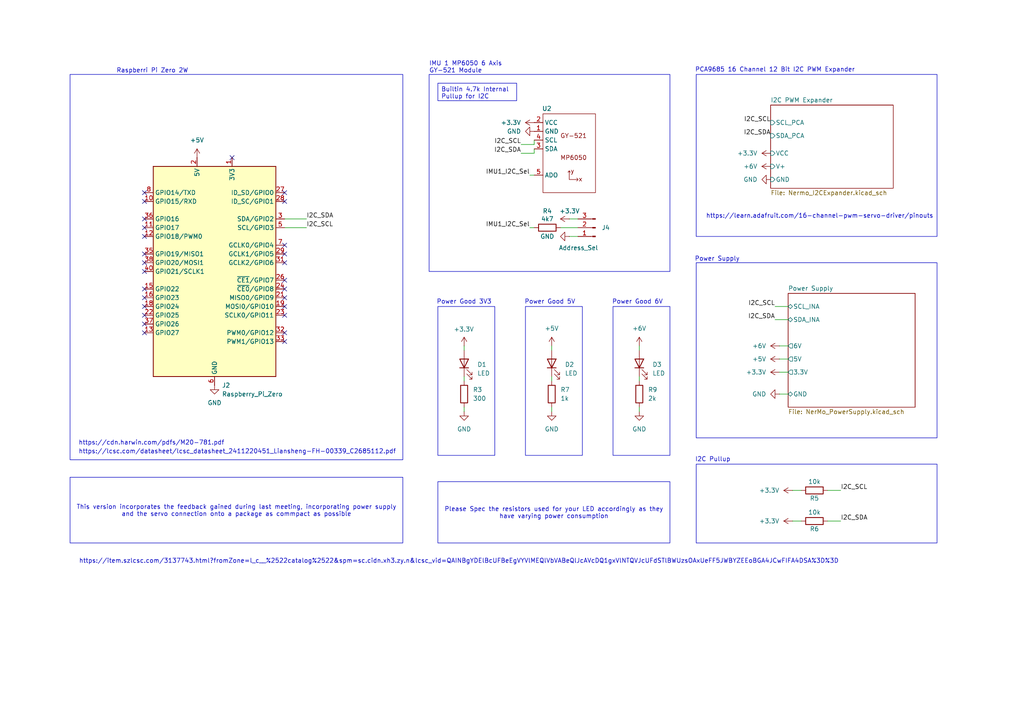
<source format=kicad_sch>
(kicad_sch (version 20250114) (generator "eeschema") (generator_version "9.0")
  (paper "A4")
  (title_block (title "NerMo EPS Breakout Sketch") (date "2025-05-24") (company "Designed By Yichen Zhang @space.zhang"))
  (lib_symbols
    (symbol "Connector:Conn_01x03_Pin" (pin_names (offset 1.016) (hide yes))
      (property "Reference" "J" (at 0 5.08 0))
      (property "Value" "Conn_01x03_Pin" (at 0 -5.08 0))
      (symbol "Conn_01x03_Pin_1_1"
        (rectangle (start 0.8636 2.667) (end 0 2.413) (stroke (width 0.1524)) (fill (type outline)))
        (rectangle (start 0.8636 0.127) (end 0 -0.127) (stroke (width 0.1524)) (fill (type outline)))
        (rectangle (start 0.8636 -2.413) (end 0 -2.667) (stroke (width 0.1524)) (fill (type outline)))
        (polyline (pts (xy 1.27 2.54) (xy 0.8636 2.54)) (stroke (width 0.1524)))
        (polyline (pts (xy 1.27 0) (xy 0.8636 0)) (stroke (width 0.1524)))
        (polyline (pts (xy 1.27 -2.54) (xy 0.8636 -2.54)) (stroke (width 0.1524)))
        (pin passive line (at 5.08 2.54 180) (length 3.81) (name "Pin_1") (number "1"))
        (pin passive line (at 5.08 0 180) (length 3.81) (name "Pin_2") (number "2"))
        (pin passive line (at 5.08 -2.54 180) (length 3.81) (name "Pin_3") (number "3"))
      )
    )
    (symbol "Connector:Raspberry_Pi_Zero"
      (property "Reference" "J" (at -17.78 31.75 0))
      (property "Value" "Raspberry_Pi_Zero" (at 10.16 -31.75 0))
      (symbol "Raspberry_Pi_Zero_0_1"
        (rectangle (start -17.78 30.48) (end 17.78 -30.48) (stroke (width 0.254)) (fill (type background)))
      )
      (symbol "Raspberry_Pi_Zero_1_1"
        (pin bidirectional line (at -20.32 22.86 0) (length 2.54) (name "GPIO14/TXD") (number "8"))
        (pin bidirectional line (at -20.32 20.32 0) (length 2.54) (name "GPIO15/RXD") (number "10"))
        (pin bidirectional line (at -20.32 15.24 0) (length 2.54) (name "GPIO16") (number "36"))
        (pin bidirectional line (at -20.32 12.7 0) (length 2.54) (name "GPIO17") (number "11"))
        (pin bidirectional line (at -20.32 10.16 0) (length 2.54) (name "GPIO18/PWM0") (number "12"))
        (pin bidirectional line (at -20.32 5.08 0) (length 2.54) (name "GPIO19/MISO1") (number "35"))
        (pin bidirectional line (at -20.32 2.54 0) (length 2.54) (name "GPIO20/MOSI1") (number "38"))
        (pin bidirectional line (at -20.32 0 0) (length 2.54) (name "GPIO21/SCLK1") (number "40"))
        (pin bidirectional line (at -20.32 -5.08 0) (length 2.54) (name "GPIO22") (number "15"))
        (pin bidirectional line (at -20.32 -7.62 0) (length 2.54) (name "GPIO23") (number "16"))
        (pin bidirectional line (at -20.32 -10.16 0) (length 2.54) (name "GPIO24") (number "18"))
        (pin bidirectional line (at -20.32 -12.7 0) (length 2.54) (name "GPIO25") (number "22"))
        (pin bidirectional line (at -20.32 -15.24 0) (length 2.54) (name "GPIO26") (number "37"))
        (pin bidirectional line (at -20.32 -17.78 0) (length 2.54) (name "GPIO27") (number "13"))
        (pin power_in line (at -5.08 33.02 270) (length 2.54) (name "5V") (number "2"))
        (pin passive line (at -5.08 33.02 270) (length 2.54) (hide yes) (name "5V") (number "4"))
        (pin passive line (at 0 -33.02 90) (length 2.54) (hide yes) (name "GND") (number "14"))
        (pin passive line (at 0 -33.02 90) (length 2.54) (hide yes) (name "GND") (number "20"))
        (pin passive line (at 0 -33.02 90) (length 2.54) (hide yes) (name "GND") (number "25"))
        (pin passive line (at 0 -33.02 90) (length 2.54) (hide yes) (name "GND") (number "30"))
        (pin passive line (at 0 -33.02 90) (length 2.54) (hide yes) (name "GND") (number "34"))
        (pin passive line (at 0 -33.02 90) (length 2.54) (hide yes) (name "GND") (number "39"))
        (pin power_in line (at 0 -33.02 90) (length 2.54) (name "GND") (number "6"))
        (pin passive line (at 0 -33.02 90) (length 2.54) (hide yes) (name "GND") (number "9"))
        (pin power_in line (at 5.08 33.02 270) (length 2.54) (name "3V3") (number "1"))
        (pin passive line (at 5.08 33.02 270) (length 2.54) (hide yes) (name "3V3") (number "17"))
        (pin bidirectional line (at 20.32 22.86 180) (length 2.54) (name "ID_SD/GPIO0") (number "27"))
        (pin bidirectional line (at 20.32 20.32 180) (length 2.54) (name "ID_SC/GPIO1") (number "28"))
        (pin bidirectional line (at 20.32 15.24 180) (length 2.54) (name "SDA/GPIO2") (number "3"))
        (pin bidirectional line (at 20.32 12.7 180) (length 2.54) (name "SCL/GPIO3") (number "5"))
        (pin bidirectional line (at 20.32 7.62 180) (length 2.54) (name "GCLK0/GPIO4") (number "7"))
        (pin bidirectional line (at 20.32 5.08 180) (length 2.54) (name "GCLK1/GPIO5") (number "29"))
        (pin bidirectional line (at 20.32 2.54 180) (length 2.54) (name "GCLK2/GPIO6") (number "31"))
        (pin bidirectional line (at 20.32 -2.54 180) (length 2.54) (name "~{CE1}/GPIO7") (number "26"))
        (pin bidirectional line (at 20.32 -5.08 180) (length 2.54) (name "~{CE0}/GPIO8") (number "24"))
        (pin bidirectional line (at 20.32 -7.62 180) (length 2.54) (name "MISO0/GPIO9") (number "21"))
        (pin bidirectional line (at 20.32 -10.16 180) (length 2.54) (name "MOSI0/GPIO10") (number "19"))
        (pin bidirectional line (at 20.32 -12.7 180) (length 2.54) (name "SCLK0/GPIO11") (number "23"))
        (pin bidirectional line (at 20.32 -17.78 180) (length 2.54) (name "PWM0/GPIO12") (number "32"))
        (pin bidirectional line (at 20.32 -20.32 180) (length 2.54) (name "PWM1/GPIO13") (number "33"))
      )
    )
    (symbol "Device:LED" (pin_numbers (hide yes)) (pin_names (offset 1.016) (hide yes))
      (property "Reference" "D" (at 0 2.54 0))
      (property "Value" "LED" (at 0 -2.54 0))
      (symbol "LED_0_1"
        (polyline (pts (xy -3.048 -0.762) (xy -4.572 -2.286) (xy -3.81 -2.286) (xy -4.572 -2.286) (xy -4.572 -1.524)))
        (polyline (pts (xy -1.778 -0.762) (xy -3.302 -2.286) (xy -2.54 -2.286) (xy -3.302 -2.286) (xy -3.302 -1.524)))
        (polyline (pts (xy -1.27 0) (xy 1.27 0)))
        (polyline (pts (xy -1.27 -1.27) (xy -1.27 1.27)) (stroke (width 0.254)))
        (polyline (pts (xy 1.27 -1.27) (xy 1.27 1.27) (xy -1.27 0) (xy 1.27 -1.27)) (stroke (width 0.254)))
      )
      (symbol "LED_1_1"
        (pin passive line (at -3.81 0 0) (length 2.54) (name "K") (number "1"))
        (pin passive line (at 3.81 0 180) (length 2.54) (name "A") (number "2"))
      )
    )
    (symbol "Device:R" (pin_numbers (hide yes)) (pin_names (offset 0))
      (property "Reference" "R" (at 2.032 0 90))
      (property "Value" "R" (at 0 0 90))
      (symbol "R_0_1"
        (rectangle (start -1.016 -2.54) (end 1.016 2.54) (stroke (width 0.254)))
      )
      (symbol "R_1_1"
        (pin passive line (at 0 3.81 270) (length 1.27) (name "~") (number "1"))
        (pin passive line (at 0 -3.81 90) (length 1.27) (name "~") (number "2"))
      )
    )
    (symbol "GY-521:GY-521 MP6050"
      (property "Reference" "U2" (at -0.254 1.524 0))
      (symbol "GY-521 MP6050_0_1"
        (rectangle (start 0 0) (end 15.24 -22.86))
      )
      (symbol "GY-521 MP6050_1_1"
        (polyline (pts (xy 7.62 -16.51) (xy 7.62 -19.05) (xy 10.16 -19.05)))
        (polyline (pts (xy 7.62 -16.51) (xy 7.9462 -16.9569) (xy 7.62 -16.51) (xy 7.2585 -16.9381)))
        (polyline (pts (xy 10.16 -19.05) (xy 9.8208 -18.6149) (xy 10.16 -19.05) (xy 9.802 -19.491)))
        (text "y" (at 8.5491 -16.5801 0) (effects (font (size 1.27 1.27))))
        (text "GY-521" (at 8.89 -6.35 0) (effects (font (size 1.27 1.27))))
        (text "MP6050" (at 8.89 -12.7 0) (effects (font (size 1.27 1.27))))
        (text "x" (at 10.8779 -18.9267 0) (effects (font (size 1.27 1.27))))
        (pin power_in line (at -2.54 -2.54 0) (length 2.54) (name "VCC") (number "2"))
        (pin power_in line (at -2.54 -5.08 0) (length 2.54) (name "GND") (number "1"))
        (pin bidirectional line (at -2.54 -7.62 0) (length 2.54) (name "SCL") (number "4"))
        (pin bidirectional line (at -2.54 -10.16 0) (length 2.54) (name "SDA") (number "3"))
        (pin bidirectional line (at -2.54 -17.78 0) (length 2.54) (name "ADO") (number "5"))
      )
    )
    (symbol "power:+3.3V" (power) (pin_numbers (hide yes)) (pin_names (offset 0) (hide yes))
      (property "Value" "+3.3V" (at 0 3.556 0))
      (symbol "+3.3V_0_1"
        (polyline (pts (xy -0.762 1.27) (xy 0 2.54)))
        (polyline (pts (xy 0 2.54) (xy 0.762 1.27)))
        (polyline (pts (xy 0 0) (xy 0 2.54)))
      )
      (symbol "+3.3V_1_1"
        (pin power_in line (at 0 0 90) (length 0) (name "~") (number "1"))
      )
    )
    (symbol "power:+5V" (power) (pin_numbers (hide yes)) (pin_names (offset 0) (hide yes))
      (property "Value" "+5V" (at 0 3.556 0))
      (symbol "+5V_0_1"
        (polyline (pts (xy -0.762 1.27) (xy 0 2.54)))
        (polyline (pts (xy 0 2.54) (xy 0.762 1.27)))
        (polyline (pts (xy 0 0) (xy 0 2.54)))
      )
      (symbol "+5V_1_1"
        (pin power_in line (at 0 0 90) (length 0) (name "~") (number "1"))
      )
    )
    (symbol "power:+6V" (power) (pin_numbers (hide yes)) (pin_names (offset 0) (hide yes))
      (property "Value" "+6V" (at 0 3.556 0))
      (symbol "+6V_0_1"
        (polyline (pts (xy -0.762 1.27) (xy 0 2.54)))
        (polyline (pts (xy 0 2.54) (xy 0.762 1.27)))
        (polyline (pts (xy 0 0) (xy 0 2.54)))
      )
      (symbol "+6V_1_1"
        (pin power_in line (at 0 0 90) (length 0) (name "~") (number "1"))
      )
    )
    (symbol "power:GND" (power) (pin_numbers (hide yes)) (pin_names (offset 0) (hide yes))
      (property "Value" "GND" (at 0 -3.81 0))
      (symbol "GND_0_1"
        (polyline (pts (xy 0 0) (xy 0 -1.27) (xy 1.27 -1.27) (xy 0 -2.54) (xy -1.27 -1.27) (xy 0 -1.27)))
      )
      (symbol "GND_1_1"
        (pin power_in line (at 0 0 270) (length 0) (name "~") (number "1"))
      )
    )
  )
  (rectangle (start 124.46 21.59) (end 194.31 78.74))
  (rectangle (start 127 88.9) (end 143.51 132.08))
  (rectangle (start 201.93 134.62) (end 271.78 157.48))
  (rectangle (start 201.93 21.59) (end 271.78 68.58))
  (rectangle (start 201.93 76.2) (end 271.78 127))
  (rectangle (start 152.4 88.9) (end 168.91 132.08))
  (rectangle (start 20.32 21.59) (end 116.84 133.35))
  (rectangle (start 177.8 88.9) (end 194.31 132.08))
  (text "https://cdn.harwin.com/pdfs/M20-781.pdf" (at 43.942 128.524 0) (effects (font (size 1.27 1.27))))
  (text "https://learn.adafruit.com/16-channel-pwm-servo-driver/pinouts" (at 237.744 62.738 0) (effects (font (size 1.27 1.27))))
  (text "https://item.szlcsc.com/3137743.html?fromZone=l_c__%2522catalog%2522&spm=sc.cidn.xh3.zy.n&lcsc_vid=QAINBgYDElBcUFBeEgVYVlMEQlVbVABeQlJcAVcDQ1gxVlNTQVJcUFdSTlBWUzsOAxUeFF5JWBYZEEoBGA4JCwFIFA4DSA%3D%3D" (at 133.096 162.814 0) (effects (font (size 1.27 1.27))))
  (text "https://lcsc.com/datasheet/lcsc_datasheet_2411220451_Liansheng-FH-00339_C2685112.pdf" (at 68.834 131.064 0) (effects (font (size 1.27 1.27))))
  (text "PCA9685 16 Channel 12 Bit I2C PWM Expander" (at 224.79 20.32 0) (effects (font (size 1.27 1.27))))
  (text "Power Good 6V" (at 184.912 87.63 0) (effects (font (size 1.27 1.27))))
  (text "Power Good 3V3" (at 134.62 87.63 0) (effects (font (size 1.27 1.27))))
  (text "Raspberri Pi Zero 2W" (at 44.196 20.574 0) (effects (font (size 1.27 1.27))))
  (text "I2C Pullup" (at 206.756 133.35 0) (effects (font (size 1.27 1.27))))
  (text "IMU 1 MP6050 6 Axis \nGY-521 Module\n" (at 124.46 19.558 0) (effects (font (size 1.27 1.27)) (justify left)))
  (text "Power Good 5V" (at 159.512 87.63 0) (effects (font (size 1.27 1.27))))
  (text "Power Supply" (at 208.026 75.184 0) (effects (font (size 1.27 1.27))))
  (text_box "Please Spec the resistors used for your LED accordingly as they have varying power consumption" (at 127 139.7 0) (size 67.31 17.78) (margins 0.9525 0.9525 0.9525 0.9525) (fill (type color)) (effects (font (size 1.27 1.27))))
  (text_box "This version incorporates the feedback gained during last meeting, incorporating power supply and the servo connection onto a package as commpact as possible" (at 20.32 138.43 0) (size 96.52 19.05) (margins 0.9525 0.9525 0.9525 0.9525) (fill (type color)) (effects (font (size 1.27 1.27))))
  (text_box "Builtin 4.7k Internal Pullup for I2C" (at 127 24.13 0) (size 22.86 5.08) (margins 0.9525 0.9525 0.9525 0.9525) (fill (type color)) (effects (font (size 1.27 1.27)) (justify left top)))
  (no_connect (at 82.55 99.06))
  (no_connect (at 41.91 68.58))
  (no_connect (at 41.91 91.44))
  (no_connect (at 82.55 86.36))
  (no_connect (at 82.55 73.66))
  (no_connect (at 82.55 96.52))
  (no_connect (at 41.91 93.98))
  (no_connect (at 41.91 73.66))
  (no_connect (at 82.55 58.42))
  (no_connect (at 41.91 86.36))
  (no_connect (at 82.55 76.2))
  (no_connect (at 82.55 88.9))
  (no_connect (at 41.91 78.74))
  (no_connect (at 41.91 66.04))
  (no_connect (at 41.91 58.42))
  (no_connect (at 41.91 88.9))
  (no_connect (at 82.55 81.28))
  (no_connect (at 41.91 76.2))
  (no_connect (at 82.55 55.88))
  (no_connect (at 82.55 71.12))
  (no_connect (at 41.91 63.5))
  (no_connect (at 82.55 91.44))
  (no_connect (at 82.55 83.82))
  (no_connect (at 41.91 55.88))
  (no_connect (at 67.31 45.72))
  (no_connect (at 41.91 83.82))
  (no_connect (at 41.91 96.52))
  (wire (pts (xy 226.06 114.3) (xy 228.6 114.3)))
  (wire (pts (xy 243.84 151.13) (xy 240.03 151.13)))
  (wire (pts (xy 185.42 119.38) (xy 185.42 118.11)))
  (wire (pts (xy 165.1 68.58) (xy 167.64 68.58)))
  (wire (pts (xy 154.94 43.18) (xy 154.94 44.45)))
  (wire (pts (xy 153.67 66.04) (xy 154.94 66.04)))
  (wire (pts (xy 226.06 100.33) (xy 228.6 100.33)))
  (wire (pts (xy 243.84 142.24) (xy 240.03 142.24)))
  (wire (pts (xy 185.42 100.33) (xy 185.42 101.6)))
  (wire (pts (xy 88.9 66.04) (xy 82.55 66.04)))
  (wire (pts (xy 165.1 63.5) (xy 167.64 63.5)))
  (wire (pts (xy 162.56 66.04) (xy 167.64 66.04)))
  (wire (pts (xy 134.62 119.38) (xy 134.62 118.11)))
  (wire (pts (xy 134.62 100.33) (xy 134.62 101.6)))
  (wire (pts (xy 229.87 142.24) (xy 232.41 142.24)))
  (wire (pts (xy 229.87 151.13) (xy 232.41 151.13)))
  (wire (pts (xy 226.06 107.95) (xy 228.6 107.95)))
  (wire (pts (xy 224.79 92.71) (xy 228.6 92.71)))
  (wire (pts (xy 185.42 110.49) (xy 185.42 109.22)))
  (wire (pts (xy 151.13 41.91) (xy 154.94 41.91)))
  (wire (pts (xy 160.02 119.38) (xy 160.02 118.11)))
  (wire (pts (xy 88.9 63.5) (xy 82.55 63.5)))
  (wire (pts (xy 151.13 44.45) (xy 154.94 44.45)))
  (wire (pts (xy 134.62 110.49) (xy 134.62 109.22)))
  (wire (pts (xy 154.94 41.91) (xy 154.94 40.64)))
  (wire (pts (xy 160.02 100.33) (xy 160.02 101.6)))
  (wire (pts (xy 153.67 50.8) (xy 154.94 50.8)))
  (wire (pts (xy 226.06 104.14) (xy 228.6 104.14)))
  (wire (pts (xy 160.02 110.49) (xy 160.02 109.22)))
  (wire (pts (xy 224.79 88.9) (xy 228.6 88.9)))
  (label "I2C_SDA" (at 224.79 92.71 180))
  (label "I2C_SCL" (at 88.9 66.04 0))
  (label "I2C_SCL" (at 243.84 142.24 0))
  (label "I2C_SCL" (at 223.52 35.56 180))
  (label "IMU1_I2C_Sel" (at 153.67 66.04 180))
  (label "I2C_SDA" (at 88.9 63.5 0))
  (label "I2C_SDA" (at 243.84 151.13 0))
  (label "I2C_SDA" (at 151.13 44.45 180))
  (label "I2C_SCL" (at 151.13 41.91 180))
  (label "I2C_SCL" (at 224.79 88.9 180))
  (label "IMU1_I2C_Sel" (at 153.67 50.8 180))
  (label "I2C_SDA" (at 223.52 39.37 180))
  (symbol (lib_id "power:+5V") (at 226.06 104.14 90) (unit 1)
    (property "Reference" "#PWR030" (effects (hide yes)))
    (property "Value" "+5V" (at 222.25 104.1399 90) (effects (justify left)))
    (property "Description" "Power symbol creates a global label with name \"+5V\"" (effects (hide yes)))
  )
  (symbol (lib_id "power:+6V") (at 185.42 100.33 0) (unit 1)
    (property "Reference" "#PWR023" (effects (hide yes)))
    (property "Value" "+6V" (at 185.42 95.25 0))
    (property "Description" "Power symbol creates a global label with name \"+6V\"" (effects (hide yes)))
  )
  (symbol (lib_id "Device:R") (at 134.62 114.3 0) (unit 1)
    (property "Reference" "R3" (at 137.16 113.0299 0) (effects (justify left)))
    (property "Value" "300" (at 137.16 115.5699 0) (effects (justify left)))
    (property "Footprint" "Resistor_SMD:R_0805_2012Metric" (effects (hide yes)))
    (property "Description" "Resistor" (effects (hide yes)))
  )
  (symbol (lib_id "Device:R") (at 158.75 66.04 90) (unit 1)
    (property "Reference" "R4" (at 158.75 61.214 90))
    (property "Value" "4k7" (at 158.75 63.5 90))
    (property "Footprint" "Resistor_SMD:R_0805_2012Metric" (effects (hide yes)))
    (property "Description" "Resistor" (effects (hide yes)))
  )
  (symbol (lib_id "Device:LED") (at 134.62 105.41 90) (unit 1)
    (property "Reference" "D1" (at 138.43 105.7274 90) (effects (justify right)))
    (property "Value" "LED" (at 138.43 108.2674 90) (effects (justify right)))
    (property "Footprint" "LED_SMD:LED_0805_2012Metric_Pad1.15x1.40mm_HandSolder" (effects (hide yes)))
    (property "Description" "Light emitting diode" (effects (hide yes)))
  )
  (symbol (lib_id "Connector:Conn_01x03_Pin") (at 172.72 66.04 180) (unit 1)
    (property "Reference" "J4" (at 174.498 66.04 0) (effects (justify right)))
    (property "Value" "Address_Sel" (at 162.052 71.882 0) (effects (justify right)))
    (property "Footprint" "Jumper:SolderJumper-3_P1.3mm_Open_Pad1.0x1.5mm" (effects (hide yes)))
    (property "Description" "Generic connector, single row, 01x03, script generated" (effects (hide yes)))
  )
  (symbol (lib_id "power:+3.3V") (at 134.62 100.33 0) (unit 1)
    (property "Reference" "#PWR010" (effects (hide yes)))
    (property "Value" "+3.3V" (at 131.572 95.504 0) (effects (justify left)))
    (property "Description" "Power symbol creates a global label with name \"+3.3V\"" (effects (hide yes)))
  )
  (symbol (lib_id "power:GND") (at 134.62 119.38 0) (unit 1)
    (property "Reference" "#PWR011" (effects (hide yes)))
    (property "Value" "GND" (at 134.62 124.46 0))
    (property "Description" "Power symbol creates a global label with name \"GND\" , ground" (effects (hide yes)))
  )
  (symbol (lib_id "Device:R") (at 236.22 151.13 270) (unit 1)
    (property "Reference" "R6" (at 236.22 153.416 90))
    (property "Value" "10k" (at 236.22 148.59 90))
    (property "Footprint" "Resistor_SMD:R_0805_2012Metric" (effects (hide yes)))
    (property "Description" "Resistor" (effects (hide yes)))
  )
  (symbol (lib_id "power:+5V") (at 57.15 45.72 0) (unit 1)
    (property "Reference" "#PWR04" (effects (hide yes)))
    (property "Value" "+5V" (at 57.15 40.64 0))
    (property "Description" "Power symbol creates a global label with name \"+5V\"" (effects (hide yes)))
  )
  (symbol (lib_id "Device:R") (at 185.42 114.3 0) (unit 1)
    (property "Reference" "R9" (at 187.96 113.0299 0) (effects (justify left)))
    (property "Value" "2k" (at 187.96 115.5699 0) (effects (justify left)))
    (property "Footprint" "Resistor_SMD:R_0805_2012Metric" (effects (hide yes)))
    (property "Description" "Resistor" (effects (hide yes)))
  )
  (symbol (lib_id "power:GND") (at 154.94 38.1 270) (unit 1)
    (property "Reference" "#PWR035" (effects (hide yes)))
    (property "Value" "GND" (at 151.13 38.0999 90) (effects (justify right)))
    (property "Description" "Power symbol creates a global label with name \"GND\" , ground" (effects (hide yes)))
  )
  (symbol (lib_id "power:GND") (at 226.06 114.3 270) (unit 1)
    (property "Reference" "#PWR01" (effects (hide yes)))
    (property "Value" "GND" (at 222.25 114.2999 90) (effects (justify right)))
    (property "Description" "Power symbol creates a global label with name \"GND\" , ground" (effects (hide yes)))
  )
  (symbol (lib_id "power:GND") (at 62.23 111.76 0) (unit 1)
    (property "Reference" "#PWR05" (effects (hide yes)))
    (property "Value" "GND" (at 62.23 116.84 0))
    (property "Description" "Power symbol creates a global label with name \"GND\" , ground" (effects (hide yes)))
  )
  (symbol (lib_id "power:+3.3V") (at 154.94 35.56 90) (unit 1)
    (property "Reference" "#PWR034" (effects (hide yes)))
    (property "Value" "+3.3V" (at 151.13 35.5599 90) (effects (justify left)))
    (property "Description" "Power symbol creates a global label with name \"+3.3V\"" (effects (hide yes)))
  )
  (symbol (lib_id "power:GND") (at 160.02 119.38 0) (unit 1)
    (property "Reference" "#PWR019" (effects (hide yes)))
    (property "Value" "GND" (at 160.02 124.46 0))
    (property "Description" "Power symbol creates a global label with name \"GND\" , ground" (effects (hide yes)))
  )
  (symbol (lib_id "Device:R") (at 236.22 142.24 270) (unit 1)
    (property "Reference" "R5" (at 236.22 144.526 90))
    (property "Value" "10k" (at 236.22 139.7 90))
    (property "Footprint" "Resistor_SMD:R_0805_2012Metric" (effects (hide yes)))
    (property "Description" "Resistor" (effects (hide yes)))
  )
  (symbol (lib_id "power:+6V") (at 226.06 100.33 90) (unit 1)
    (property "Reference" "#PWR043" (effects (hide yes)))
    (property "Value" "+6V" (at 222.25 100.3299 90) (effects (justify left)))
    (property "Description" "Power symbol creates a global label with name \"+6V\"" (effects (hide yes)))
  )
  (symbol (lib_id "Device:LED") (at 185.42 105.41 90) (unit 1)
    (property "Reference" "D3" (at 189.23 105.7274 90) (effects (justify right)))
    (property "Value" "LED" (at 189.23 108.2674 90) (effects (justify right)))
    (property "Footprint" "LED_SMD:LED_0805_2012Metric_Pad1.15x1.40mm_HandSolder" (effects (hide yes)))
    (property "Description" "Light emitting diode" (effects (hide yes)))
  )
  (symbol (lib_id "Connector:Raspberry_Pi_Zero") (at 62.23 78.74 0) (unit 1)
    (property "Reference" "J2" (at 64.3733 111.76 0) (effects (justify left)))
    (property "Value" "Raspberry_Pi_Zero" (at 64.3733 114.3 0) (effects (justify left)))
    (property "Footprint" "Custom_Modules:Raspberry_Pi_Zero_2_W_Underside_LowProfile" (effects (hide yes)))
    (property "Datasheet" "https://www.raspberrypi.org/documentation/hardware/raspberrypi/schematics/rpi_SCH_3bplus_1p0_reduced.pdf" (effects (hide yes)))
    (property "Description" "expansion header for Raspberry Pi 2 & 3" (effects (hide yes)))
  )
  (symbol (lib_id "power:+3.3V") (at 226.06 107.95 90) (unit 1)
    (property "Reference" "#PWR029" (effects (hide yes)))
    (property "Value" "+3.3V" (at 222.25 107.9501 90) (effects (justify left)))
    (property "Description" "Power symbol creates a global label with name \"+3.3V\"" (effects (hide yes)))
  )
  (symbol (lib_id "power:+3.3V") (at 223.52 48.26 90) (unit 1)
    (property "Reference" "#PWR033" (effects (hide yes)))
    (property "Value" "+6V" (at 219.71 48.2599 90) (effects (justify left)))
    (property "Description" "Power symbol creates a global label with name \"+3.3V\"" (effects (hide yes)))
  )
  (symbol (lib_id "power:+3.3V") (at 229.87 142.24 90) (unit 1)
    (property "Reference" "#PWR014" (effects (hide yes)))
    (property "Value" "+3.3V" (at 226.06 142.2401 90) (effects (justify left)))
    (property "Description" "Power symbol creates a global label with name \"+3.3V\"" (effects (hide yes)))
  )
  (symbol (lib_id "power:GND") (at 223.52 52.07 270) (unit 1)
    (property "Reference" "#PWR031" (effects (hide yes)))
    (property "Value" "GND" (at 219.71 52.0699 90) (effects (justify right)))
    (property "Description" "Power symbol creates a global label with name \"GND\" , ground" (effects (hide yes)))
  )
  (symbol (lib_id "GY-521:GY-521 MP6050") (at 157.48 33.02 0) (unit 1)
    (property "Reference" "U2" (at 157.226 31.496 0) (effects (justify left)))
    (property "Footprint" "Connector_PinHeader_2.54mm:PinHeader_1x05_P2.54mm_Vertical_SMD_Pin1Left" (effects (hide yes)))
  )
  (symbol (lib_id "power:+3.3V") (at 229.87 151.13 90) (unit 1)
    (property "Reference" "#PWR015" (effects (hide yes)))
    (property "Value" "+3.3V" (at 226.06 151.1301 90) (effects (justify left)))
    (property "Description" "Power symbol creates a global label with name \"+3.3V\"" (effects (hide yes)))
  )
  (symbol (lib_id "Device:R") (at 160.02 114.3 0) (unit 1)
    (property "Reference" "R7" (at 162.56 113.0299 0) (effects (justify left)))
    (property "Value" "1k" (at 162.56 115.5699 0) (effects (justify left)))
    (property "Footprint" "Resistor_SMD:R_0805_2012Metric" (effects (hide yes)))
    (property "Description" "Resistor" (effects (hide yes)))
  )
  (symbol (lib_id "power:+3.3V") (at 223.52 44.45 90) (unit 1)
    (property "Reference" "#PWR032" (effects (hide yes)))
    (property "Value" "+3.3V" (at 219.71 44.4499 90) (effects (justify left)))
    (property "Description" "Power symbol creates a global label with name \"+3.3V\"" (effects (hide yes)))
  )
  (symbol (lib_id "Device:LED") (at 160.02 105.41 90) (unit 1)
    (property "Reference" "D2" (at 163.83 105.7274 90) (effects (justify right)))
    (property "Value" "LED" (at 163.83 108.2674 90) (effects (justify right)))
    (property "Footprint" "LED_SMD:LED_0805_2012Metric_Pad1.15x1.40mm_HandSolder" (effects (hide yes)))
    (property "Description" "Light emitting diode" (effects (hide yes)))
  )
  (symbol (lib_id "power:GND") (at 165.1 68.58 270) (unit 1)
    (property "Reference" "#PWR037" (effects (hide yes)))
    (property "Value" "GND" (at 160.782 68.58 90) (effects (justify right)))
    (property "Description" "Power symbol creates a global label with name \"GND\" , ground" (effects (hide yes)))
  )
  (symbol (lib_id "power:GND") (at 185.42 119.38 0) (unit 1)
    (property "Reference" "#PWR024" (effects (hide yes)))
    (property "Value" "GND" (at 185.42 124.46 0))
    (property "Description" "Power symbol creates a global label with name \"GND\" , ground" (effects (hide yes)))
  )
  (symbol (lib_id "power:+5V") (at 160.02 100.33 0) (unit 1)
    (property "Reference" "#PWR018" (effects (hide yes)))
    (property "Value" "+5V" (at 160.02 95.25 0))
    (property "Description" "Power symbol creates a global label with name \"+5V\"" (effects (hide yes)))
  )
  (symbol (lib_id "power:+3.3V") (at 165.1 63.5 90) (unit 1)
    (property "Reference" "#PWR036" (effects (hide yes)))
    (property "Value" "+3.3V" (at 168.148 61.214 90) (effects (justify left)))
    (property "Description" "Power symbol creates a global label with name \"+3.3V\"" (effects (hide yes)))
  )
  (sheet (at 228.6 85.09) (size 36.83 33.02) (stroke (width 0.1524))
    (property "Sheetname" "Power Supply" (at 228.6 84.3784 0) (effects (justify left bottom)))
    (property "Sheetfile" "NerMo_PowerSupply.kicad_sch" (at 228.6 118.6946 0) (effects (justify left top)))
    (pin "3.3V" output (at 228.6 107.95 180))
    (pin "5V" output (at 228.6 104.14 180))
    (pin "6V" output (at 228.6 100.33 180))
    (pin "GND" bidirectional (at 228.6 114.3 180))
    (pin "SCL_INA" bidirectional (at 228.6 88.9 180))
    (pin "SDA_INA" bidirectional (at 228.6 92.71 180))
  )
  (sheet (at 223.52 30.48) (size 35.56 24.13) (stroke (width 0.1524))
    (property "Sheetname" "I2C PWM Expander" (at 223.52 29.7684 0) (effects (justify left bottom)))
    (property "Sheetfile" "Nermo_I2CExpander.kicad_sch" (at 223.52 55.1946 0) (effects (justify left top)))
    (pin "GND" input (at 223.52 52.07 180))
    (pin "SCL_PCA" input (at 223.52 35.56 180))
    (pin "SDA_PCA" input (at 223.52 39.37 180))
    (pin "V+" input (at 223.52 48.26 180))
    (pin "VCC" input (at 223.52 44.45 180))
  )
)
</source>
